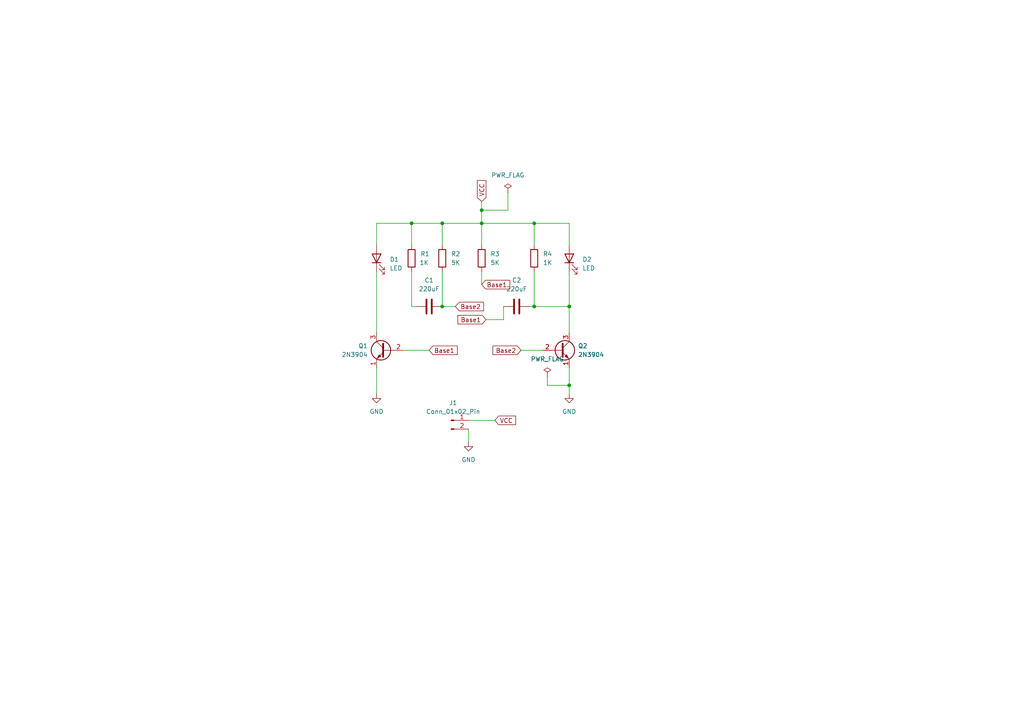
<source format=kicad_sch>
(kicad_sch (version 20250114) (generator "eeschema") (generator_version "9.0")
  (paper "A4")
  (title_block (title "BJT_Astable_Multibrator_PCB") (date "2025-10-31") (company "Pilolo") (comment 1 "Building oscillators ofr testing"))
  (lib_symbols
    (symbol "Connector:Conn_01x02_Pin" (pin_names (offset 1.016) (hide yes))
      (property "Reference" "J" (at 0 2.54 0))
      (property "Value" "Conn_01x02_Pin" (at 0 -5.08 0))
      (symbol "Conn_01x02_Pin_1_1"
        (rectangle (start 0.8636 0.127) (end 0 -0.127) (stroke (width 0.1524)) (fill (type outline)))
        (rectangle (start 0.8636 -2.413) (end 0 -2.667) (stroke (width 0.1524)) (fill (type outline)))
        (polyline (pts (xy 1.27 0) (xy 0.8636 0)) (stroke (width 0.1524)))
        (polyline (pts (xy 1.27 -2.54) (xy 0.8636 -2.54)) (stroke (width 0.1524)))
        (pin passive line (at 5.08 0 180) (length 3.81) (name "Pin_1") (number "1"))
        (pin passive line (at 5.08 -2.54 180) (length 3.81) (name "Pin_2") (number "2"))
      )
    )
    (symbol "Device:C" (pin_numbers (hide yes)) (pin_names (offset 0.254))
      (property "Reference" "C" (at 0.635 2.54 0))
      (property "Value" "C" (at 0.635 -2.54 0))
      (symbol "C_0_1"
        (polyline (pts (xy -2.032 0.762) (xy 2.032 0.762)) (stroke (width 0.508)))
        (polyline (pts (xy -2.032 -0.762) (xy 2.032 -0.762)) (stroke (width 0.508)))
      )
      (symbol "C_1_1"
        (pin passive line (at 0 3.81 270) (length 2.794) (name "~") (number "1"))
        (pin passive line (at 0 -3.81 90) (length 2.794) (name "~") (number "2"))
      )
    )
    (symbol "Device:LED" (pin_numbers (hide yes)) (pin_names (offset 1.016) (hide yes))
      (property "Reference" "D" (at 0 2.54 0))
      (property "Value" "LED" (at 0 -2.54 0))
      (symbol "LED_0_1"
        (polyline (pts (xy -3.048 -0.762) (xy -4.572 -2.286) (xy -3.81 -2.286) (xy -4.572 -2.286) (xy -4.572 -1.524)))
        (polyline (pts (xy -1.778 -0.762) (xy -3.302 -2.286) (xy -2.54 -2.286) (xy -3.302 -2.286) (xy -3.302 -1.524)))
        (polyline (pts (xy -1.27 0) (xy 1.27 0)))
        (polyline (pts (xy -1.27 -1.27) (xy -1.27 1.27)) (stroke (width 0.254)))
        (polyline (pts (xy 1.27 -1.27) (xy 1.27 1.27) (xy -1.27 0) (xy 1.27 -1.27)) (stroke (width 0.254)))
      )
      (symbol "LED_1_1"
        (pin passive line (at -3.81 0 0) (length 2.54) (name "K") (number "1"))
        (pin passive line (at 3.81 0 180) (length 2.54) (name "A") (number "2"))
      )
    )
    (symbol "Device:R" (pin_numbers (hide yes)) (pin_names (offset 0))
      (property "Reference" "R" (at 2.032 0 90))
      (property "Value" "R" (at 0 0 90))
      (symbol "R_0_1"
        (rectangle (start -1.016 -2.54) (end 1.016 2.54) (stroke (width 0.254)))
      )
      (symbol "R_1_1"
        (pin passive line (at 0 3.81 270) (length 1.27) (name "~") (number "1"))
        (pin passive line (at 0 -3.81 90) (length 1.27) (name "~") (number "2"))
      )
    )
    (symbol "Transistor_BJT:2N3904" (pin_names (offset 0) (hide yes))
      (property "Reference" "Q" (at 5.08 1.905 0))
      (property "Value" "2N3904" (at 5.08 0 0))
      (symbol "2N3904_0_1"
        (polyline (pts (xy -2.54 0) (xy 0.635 0)))
        (polyline (pts (xy 0.635 1.905) (xy 0.635 -1.905)) (stroke (width 0.508)))
        (circle (center 1.27 0) (radius 2.8194) (stroke (width 0.254)))
      )
      (symbol "2N3904_1_1"
        (polyline (pts (xy 0.635 0.635) (xy 2.54 2.54)))
        (polyline (pts (xy 0.635 -0.635) (xy 2.54 -2.54)))
        (polyline (pts (xy 1.27 -1.778) (xy 1.778 -1.27) (xy 2.286 -2.286) (xy 1.27 -1.778)) (fill (type outline)))
        (pin input line (at -5.08 0 0) (length 2.54) (name "B") (number "2"))
        (pin passive line (at 2.54 5.08 270) (length 2.54) (name "C") (number "3"))
        (pin passive line (at 2.54 -5.08 90) (length 2.54) (name "E") (number "1"))
      )
    )
    (symbol "power:GND" (power) (pin_numbers (hide yes)) (pin_names (offset 0) (hide yes))
      (property "Value" "GND" (at 0 -3.81 0))
      (symbol "GND_0_1"
        (polyline (pts (xy 0 0) (xy 0 -1.27) (xy 1.27 -1.27) (xy 0 -2.54) (xy -1.27 -1.27) (xy 0 -1.27)))
      )
      (symbol "GND_1_1"
        (pin power_in line (at 0 0 270) (length 0) (name "~") (number "1"))
      )
    )
    (symbol "power:PWR_FLAG" (power) (pin_numbers (hide yes)) (pin_names (offset 0) (hide yes))
      (property "Value" "PWR_FLAG" (at 0 3.81 0))
      (symbol "PWR_FLAG_0_0"
        (pin power_out line (at 0 0 90) (length 0) (name "~") (number "1"))
      )
      (symbol "PWR_FLAG_0_1"
        (polyline (pts (xy 0 0) (xy 0 1.27) (xy -1.016 1.905) (xy 0 2.54) (xy 1.016 1.905) (xy 0 1.27)))
      )
    )
  )
  (junction (at 128.27 64.77))
  (junction (at 139.7 60.96))
  (junction (at 165.1 111.76))
  (junction (at 128.27 88.9))
  (junction (at 165.1 88.9))
  (junction (at 139.7 64.77))
  (junction (at 154.94 64.77))
  (junction (at 154.94 88.9))
  (junction (at 119.38 64.77))
  (wire (pts (xy 109.22 71.12) (xy 109.22 64.77)))
  (wire (pts (xy 165.1 88.9) (xy 165.1 96.52)))
  (wire (pts (xy 128.27 64.77) (xy 139.7 64.77)))
  (wire (pts (xy 165.1 78.74) (xy 165.1 88.9)))
  (wire (pts (xy 139.7 60.96) (xy 147.32 60.96)))
  (wire (pts (xy 154.94 88.9) (xy 165.1 88.9)))
  (wire (pts (xy 165.1 106.68) (xy 165.1 111.76)))
  (wire (pts (xy 139.7 64.77) (xy 154.94 64.77)))
  (wire (pts (xy 128.27 64.77) (xy 128.27 71.12)))
  (wire (pts (xy 128.27 78.74) (xy 128.27 88.9)))
  (wire (pts (xy 139.7 78.74) (xy 139.7 82.55)))
  (wire (pts (xy 139.7 58.42) (xy 139.7 60.96)))
  (wire (pts (xy 153.67 88.9) (xy 154.94 88.9)))
  (wire (pts (xy 151.13 101.6) (xy 157.48 101.6)))
  (wire (pts (xy 154.94 64.77) (xy 154.94 71.12)))
  (wire (pts (xy 139.7 64.77) (xy 139.7 71.12)))
  (wire (pts (xy 109.22 64.77) (xy 119.38 64.77)))
  (wire (pts (xy 119.38 64.77) (xy 119.38 71.12)))
  (wire (pts (xy 109.22 78.74) (xy 109.22 96.52)))
  (wire (pts (xy 165.1 64.77) (xy 165.1 71.12)))
  (wire (pts (xy 119.38 78.74) (xy 119.38 88.9)))
  (wire (pts (xy 140.97 92.71) (xy 146.05 92.71)))
  (wire (pts (xy 158.75 109.22) (xy 158.75 111.76)))
  (wire (pts (xy 154.94 64.77) (xy 165.1 64.77)))
  (wire (pts (xy 116.84 101.6) (xy 124.46 101.6)))
  (wire (pts (xy 165.1 111.76) (xy 165.1 114.3)))
  (wire (pts (xy 158.75 111.76) (xy 165.1 111.76)))
  (wire (pts (xy 132.08 88.9) (xy 128.27 88.9)))
  (wire (pts (xy 135.89 124.46) (xy 135.89 128.27)))
  (wire (pts (xy 135.89 121.92) (xy 143.51 121.92)))
  (wire (pts (xy 154.94 78.74) (xy 154.94 88.9)))
  (wire (pts (xy 119.38 64.77) (xy 128.27 64.77)))
  (wire (pts (xy 147.32 55.88) (xy 147.32 60.96)))
  (wire (pts (xy 119.38 88.9) (xy 120.65 88.9)))
  (wire (pts (xy 109.22 106.68) (xy 109.22 114.3)))
  (wire (pts (xy 146.05 92.71) (xy 146.05 88.9)))
  (wire (pts (xy 139.7 60.96) (xy 139.7 64.77)))
  (global_label "VCC" (shape input) (at 143.51 121.92 0) (property "Intersheetrefs" "${INTERSHEET_REFS}" (effects (hide yes))))
  (global_label "Base2" (shape input) (at 132.08 88.9 0) (property "Intersheetrefs" "${INTERSHEET_REFS}" (effects (hide yes))))
  (global_label "Base1" (shape input) (at 139.7 82.55 0) (property "Intersheetrefs" "${INTERSHEET_REFS}" (effects (hide yes))))
  (global_label "Base2" (shape input) (at 151.13 101.6 180) (property "Intersheetrefs" "${INTERSHEET_REFS}" (effects (hide yes))))
  (global_label "Base1" (shape input) (at 124.46 101.6 0) (property "Intersheetrefs" "${INTERSHEET_REFS}" (effects (hide yes))))
  (global_label "Base1" (shape input) (at 140.97 92.71 180) (property "Intersheetrefs" "${INTERSHEET_REFS}" (effects (hide yes))))
  (global_label "VCC" (shape input) (at 139.7 58.42 90) (property "Intersheetrefs" "${INTERSHEET_REFS}" (effects (hide yes))))
  (symbol (lib_id "power:PWR_FLAG") (at 158.75 109.22 0) (unit 1)
    (property "Reference" "#FLG02" (effects (hide yes)))
    (property "Value" "PWR_FLAG" (at 158.75 104.14 0))
    (property "Description" "Special symbol for telling ERC where power comes from" (effects (hide yes)))
  )
  (symbol (lib_id "Device:R") (at 154.94 74.93 0) (unit 1)
    (property "Reference" "R4" (at 157.48 73.6599 0) (effects (justify left)))
    (property "Value" "1K" (at 157.48 76.1999 0) (effects (justify left)))
    (property "Footprint" "Resistor_THT:R_Axial_DIN0207_L6.3mm_D2.5mm_P7.62mm_Horizontal" (effects (hide yes)))
    (property "Description" "Resistor" (effects (hide yes)))
  )
  (symbol (lib_id "power:GND") (at 135.89 128.27 0) (unit 1)
    (property "Reference" "#PWR03" (effects (hide yes)))
    (property "Value" "GND" (at 135.89 133.35 0))
    (property "Description" "Power symbol creates a global label with name \"GND\" , ground" (effects (hide yes)))
  )
  (symbol (lib_id "Device:C") (at 124.46 88.9 270) (unit 1)
    (property "Reference" "C1" (at 124.46 81.28 90))
    (property "Value" "220uF" (at 124.46 83.82 90))
    (property "Footprint" "Capacitor_THT:C_Disc_D5.0mm_W2.5mm_P2.50mm" (effects (hide yes)))
    (property "Description" "Unpolarized capacitor" (effects (hide yes)))
  )
  (symbol (lib_id "Device:LED") (at 165.1 74.93 90) (unit 1)
    (property "Reference" "D2" (at 168.91 75.2474 90) (effects (justify right)))
    (property "Value" "LED" (at 168.91 77.7874 90) (effects (justify right)))
    (property "Footprint" "LED_THT:LED_D5.0mm" (effects (hide yes)))
    (property "Description" "Light emitting diode" (effects (hide yes)))
    (property "Sim.Pins" "1=K 2=A" (effects (hide yes)))
  )
  (symbol (lib_id "power:GND") (at 165.1 114.3 0) (unit 1)
    (property "Reference" "#PWR02" (effects (hide yes)))
    (property "Value" "GND" (at 165.1 119.38 0))
    (property "Description" "Power symbol creates a global label with name \"GND\" , ground" (effects (hide yes)))
  )
  (symbol (lib_id "Device:LED") (at 109.22 74.93 90) (unit 1)
    (property "Reference" "D1" (at 113.03 75.2474 90) (effects (justify right)))
    (property "Value" "LED" (at 113.03 77.7874 90) (effects (justify right)))
    (property "Footprint" "LED_THT:LED_D5.0mm" (effects (hide yes)))
    (property "Description" "Light emitting diode" (effects (hide yes)))
    (property "Sim.Pins" "1=K 2=A" (effects (hide yes)))
  )
  (symbol (lib_id "Device:R") (at 128.27 74.93 0) (unit 1)
    (property "Reference" "R2" (at 130.81 73.6599 0) (effects (justify left)))
    (property "Value" "5K" (at 130.81 76.1999 0) (effects (justify left)))
    (property "Footprint" "Resistor_THT:R_Axial_DIN0207_L6.3mm_D2.5mm_P7.62mm_Horizontal" (effects (hide yes)))
    (property "Description" "Resistor" (effects (hide yes)))
  )
  (symbol (lib_id "power:PWR_FLAG") (at 147.32 55.88 0) (unit 1)
    (property "Reference" "#FLG01" (effects (hide yes)))
    (property "Value" "PWR_FLAG" (at 147.32 50.8 0))
    (property "Description" "Special symbol for telling ERC where power comes from" (effects (hide yes)))
  )
  (symbol (lib_id "Device:C") (at 149.86 88.9 270) (unit 1)
    (property "Reference" "C2" (at 149.86 81.28 90))
    (property "Value" "220uF" (at 149.86 83.82 90))
    (property "Footprint" "Capacitor_THT:C_Disc_D5.0mm_W2.5mm_P2.50mm" (effects (hide yes)))
    (property "Description" "Unpolarized capacitor" (effects (hide yes)))
  )
  (symbol (lib_id "power:GND") (at 109.22 114.3 0) (unit 1)
    (property "Reference" "#PWR01" (effects (hide yes)))
    (property "Value" "GND" (at 109.22 119.38 0))
    (property "Description" "Power symbol creates a global label with name \"GND\" , ground" (effects (hide yes)))
  )
  (symbol (lib_id "Connector:Conn_01x02_Pin") (at 130.81 121.92 0) (unit 1)
    (property "Reference" "J1" (at 131.445 116.84 0))
    (property "Value" "Conn_01x02_Pin" (at 131.445 119.38 0))
    (property "Footprint" "Connector_PinHeader_2.00mm:PinHeader_1x02_P2.00mm_Vertical" (effects (hide yes)))
    (property "Description" "Generic connector, single row, 01x02, script generated" (effects (hide yes)))
  )
  (symbol (lib_id "Transistor_BJT:2N3904") (at 111.76 101.6 0) (mirror y) (unit 1)
    (property "Reference" "Q1" (at 106.68 100.3299 0) (effects (justify left)))
    (property "Value" "2N3904" (at 106.68 102.8699 0) (effects (justify left)))
    (property "Footprint" "Package_TO_SOT_THT:TO-92_Inline" (effects (hide yes)))
    (property "Datasheet" "https://www.onsemi.com/pub/Collateral/2N3903-D.PDF" (effects (hide yes)))
    (property "Description" "0.2A Ic, 40V Vce, Small Signal NPN Transistor, TO-92" (effects (hide yes)))
  )
  (symbol (lib_id "Device:R") (at 139.7 74.93 0) (unit 1)
    (property "Reference" "R3" (at 142.24 73.6599 0) (effects (justify left)))
    (property "Value" "5K" (at 142.24 76.1999 0) (effects (justify left)))
    (property "Footprint" "Resistor_THT:R_Axial_DIN0207_L6.3mm_D2.5mm_P7.62mm_Horizontal" (effects (hide yes)))
    (property "Description" "Resistor" (effects (hide yes)))
  )
  (symbol (lib_id "Transistor_BJT:2N3904") (at 162.56 101.6 0) (unit 1)
    (property "Reference" "Q2" (at 167.64 100.3299 0) (effects (justify left)))
    (property "Value" "2N3904" (at 167.64 102.8699 0) (effects (justify left)))
    (property "Footprint" "Package_TO_SOT_THT:TO-92_Inline" (effects (hide yes)))
    (property "Datasheet" "https://www.onsemi.com/pub/Collateral/2N3903-D.PDF" (effects (hide yes)))
    (property "Description" "0.2A Ic, 40V Vce, Small Signal NPN Transistor, TO-92" (effects (hide yes)))
  )
  (symbol (lib_id "Device:R") (at 119.38 74.93 0) (unit 1)
    (property "Reference" "R1" (at 121.92 73.6599 0) (effects (justify left)))
    (property "Value" "1K" (at 121.666 76.2 0) (effects (justify left)))
    (property "Footprint" "Resistor_THT:R_Axial_DIN0207_L6.3mm_D2.5mm_P7.62mm_Horizontal" (effects (hide yes)))
    (property "Description" "Resistor" (effects (hide yes)))
  )
)
</source>
